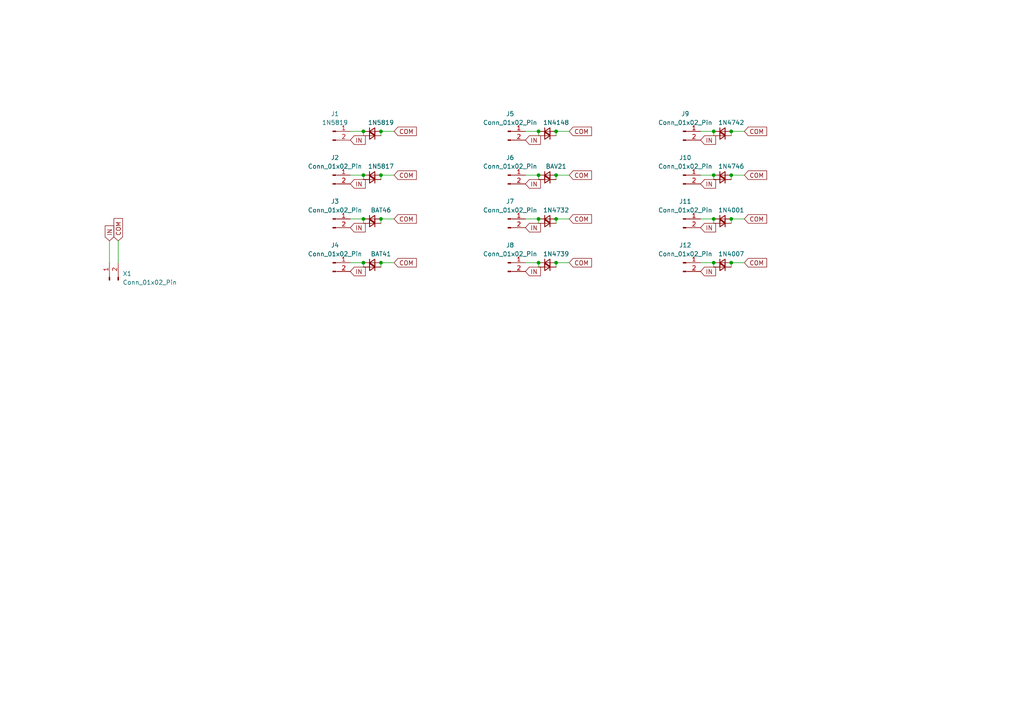
<source format=kicad_sch>
(kicad_sch (version 20250114) (generator "eeschema") (generator_version "9.0")
  (paper "A4")
  (lib_symbols
    (symbol "Connector:Conn_01x02_Pin" (pin_names (offset 1.016) (hide yes))
      (property "Reference" "J" (at 0 2.54 0))
      (property "Value" "Conn_01x02_Pin" (at 0 -5.08 0))
      (symbol "Conn_01x02_Pin_1_1"
        (rectangle (start 0.8636 0.127) (end 0 -0.127) (stroke (width 0.1524)) (fill (type outline)))
        (rectangle (start 0.8636 -2.413) (end 0 -2.667) (stroke (width 0.1524)) (fill (type outline)))
        (polyline (pts (xy 1.27 0) (xy 0.8636 0)) (stroke (width 0.1524)))
        (polyline (pts (xy 1.27 -2.54) (xy 0.8636 -2.54)) (stroke (width 0.1524)))
        (pin passive line (at 5.08 0 180) (length 3.81) (name "Pin_1") (number "1"))
        (pin passive line (at 5.08 -2.54 180) (length 3.81) (name "Pin_2") (number "2"))
      )
    )
    (symbol "Device:D_Small" (pin_numbers (hide yes)) (pin_names (offset 0.254) (hide yes))
      (property "Reference" "D" (at -1.27 2.032 0))
      (property "Value" "D_Small" (at -3.81 -2.032 0))
      (symbol "D_Small_0_1"
        (polyline (pts (xy -0.762 0) (xy 0.762 0)))
        (polyline (pts (xy -0.762 -1.016) (xy -0.762 1.016)) (stroke (width 0.254)))
        (polyline (pts (xy 0.762 -1.016) (xy -0.762 0) (xy 0.762 1.016) (xy 0.762 -1.016)) (stroke (width 0.254)))
      )
      (symbol "D_Small_1_1"
        (pin passive line (at -2.54 0 0) (length 1.778) (name "K") (number "1"))
        (pin passive line (at 2.54 0 180) (length 1.778) (name "A") (number "2"))
      )
    )
  )
  (junction (at 110.49 38.1))
  (junction (at 110.49 50.8))
  (junction (at 161.29 38.1))
  (junction (at 212.09 76.2))
  (junction (at 161.29 63.5))
  (junction (at 110.49 63.5))
  (junction (at 105.41 50.8))
  (junction (at 105.41 76.2))
  (junction (at 212.09 63.5))
  (junction (at 212.09 50.8))
  (junction (at 105.41 38.1))
  (junction (at 156.21 76.2))
  (junction (at 156.21 38.1))
  (junction (at 207.01 38.1))
  (junction (at 207.01 63.5))
  (junction (at 156.21 63.5))
  (junction (at 212.09 38.1))
  (junction (at 110.49 76.2))
  (junction (at 207.01 76.2))
  (junction (at 161.29 50.8))
  (junction (at 156.21 50.8))
  (junction (at 207.01 50.8))
  (junction (at 161.29 76.2))
  (junction (at 105.41 63.5))
  (wire (pts (xy 110.49 38.1) (xy 110.49 39.37)))
  (wire (pts (xy 203.2 76.2) (xy 207.01 76.2)))
  (wire (pts (xy 212.09 77.47) (xy 212.09 76.2)))
  (wire (pts (xy 110.49 50.8) (xy 110.49 52.07)))
  (wire (pts (xy 161.29 38.1) (xy 161.29 39.37)))
  (wire (pts (xy 156.21 63.5) (xy 152.4 63.5)))
  (wire (pts (xy 156.21 63.5) (xy 156.21 64.77)))
  (wire (pts (xy 161.29 63.5) (xy 165.1 63.5)))
  (wire (pts (xy 212.09 50.8) (xy 215.9 50.8)))
  (wire (pts (xy 161.29 76.2) (xy 161.29 77.47)))
  (wire (pts (xy 110.49 76.2) (xy 110.49 77.47)))
  (wire (pts (xy 156.21 76.2) (xy 156.21 77.47)))
  (wire (pts (xy 161.29 63.5) (xy 161.29 64.77)))
  (wire (pts (xy 212.09 76.2) (xy 215.9 76.2)))
  (wire (pts (xy 105.41 76.2) (xy 101.6 76.2)))
  (wire (pts (xy 207.01 63.5) (xy 203.2 63.5)))
  (wire (pts (xy 161.29 50.8) (xy 165.1 50.8)))
  (wire (pts (xy 212.09 63.5) (xy 215.9 63.5)))
  (wire (pts (xy 207.01 38.1) (xy 207.01 39.37)))
  (wire (pts (xy 207.01 50.8) (xy 207.01 52.07)))
  (wire (pts (xy 212.09 64.77) (xy 212.09 63.5)))
  (wire (pts (xy 212.09 38.1) (xy 212.09 39.37)))
  (wire (pts (xy 110.49 38.1) (xy 114.3 38.1)))
  (wire (pts (xy 156.21 50.8) (xy 156.21 52.07)))
  (wire (pts (xy 105.41 63.5) (xy 105.41 64.77)))
  (wire (pts (xy 156.21 50.8) (xy 152.4 50.8)))
  (wire (pts (xy 105.41 38.1) (xy 101.6 38.1)))
  (wire (pts (xy 212.09 38.1) (xy 215.9 38.1)))
  (wire (pts (xy 105.41 63.5) (xy 101.6 63.5)))
  (wire (pts (xy 156.21 76.2) (xy 152.4 76.2)))
  (wire (pts (xy 34.29 76.2) (xy 34.29 69.85)))
  (wire (pts (xy 105.41 50.8) (xy 101.6 50.8)))
  (wire (pts (xy 161.29 38.1) (xy 165.1 38.1)))
  (wire (pts (xy 110.49 63.5) (xy 114.3 63.5)))
  (wire (pts (xy 105.41 38.1) (xy 105.41 39.37)))
  (wire (pts (xy 31.75 76.2) (xy 31.75 69.85)))
  (wire (pts (xy 105.41 50.8) (xy 105.41 52.07)))
  (wire (pts (xy 207.01 63.5) (xy 207.01 64.77)))
  (wire (pts (xy 110.49 50.8) (xy 114.3 50.8)))
  (wire (pts (xy 105.41 76.2) (xy 105.41 77.47)))
  (wire (pts (xy 161.29 50.8) (xy 161.29 52.07)))
  (wire (pts (xy 161.29 76.2) (xy 165.1 76.2)))
  (wire (pts (xy 156.21 38.1) (xy 152.4 38.1)))
  (wire (pts (xy 110.49 76.2) (xy 114.3 76.2)))
  (wire (pts (xy 207.01 76.2) (xy 207.01 77.47)))
  (wire (pts (xy 212.09 52.07) (xy 212.09 50.8)))
  (wire (pts (xy 207.01 50.8) (xy 203.2 50.8)))
  (wire (pts (xy 110.49 63.5) (xy 110.49 64.77)))
  (wire (pts (xy 156.21 38.1) (xy 156.21 39.37)))
  (wire (pts (xy 207.01 38.1) (xy 203.2 38.1)))
  (global_label "COM" (shape input) (at 215.9 76.2 0) (property "Intersheetrefs" "${INTERSHEET_REFS}" (effects (hide yes))))
  (global_label "IN" (shape input) (at 152.4 40.64 0) (property "Intersheetrefs" "${INTERSHEET_REFS}" (effects (hide yes))))
  (global_label "IN" (shape input) (at 203.2 78.74 0) (property "Intersheetrefs" "${INTERSHEET_REFS}" (effects (hide yes))))
  (global_label "COM" (shape input) (at 165.1 50.8 0) (property "Intersheetrefs" "${INTERSHEET_REFS}" (effects (hide yes))))
  (global_label "COM" (shape input) (at 34.29 69.85 90) (property "Intersheetrefs" "${INTERSHEET_REFS}" (effects (hide yes))))
  (global_label "COM" (shape input) (at 165.1 63.5 0) (property "Intersheetrefs" "${INTERSHEET_REFS}" (effects (hide yes))))
  (global_label "COM" (shape input) (at 215.9 38.1 0) (property "Intersheetrefs" "${INTERSHEET_REFS}" (effects (hide yes))))
  (global_label "COM" (shape input) (at 114.3 76.2 0) (property "Intersheetrefs" "${INTERSHEET_REFS}" (effects (hide yes))))
  (global_label "COM" (shape input) (at 165.1 76.2 0) (property "Intersheetrefs" "${INTERSHEET_REFS}" (effects (hide yes))))
  (global_label "COM" (shape input) (at 215.9 50.8 0) (property "Intersheetrefs" "${INTERSHEET_REFS}" (effects (hide yes))))
  (global_label "IN" (shape input) (at 203.2 53.34 0) (property "Intersheetrefs" "${INTERSHEET_REFS}" (effects (hide yes))))
  (global_label "COM" (shape input) (at 215.9 63.5 0) (property "Intersheetrefs" "${INTERSHEET_REFS}" (effects (hide yes))))
  (global_label "IN" (shape input) (at 203.2 66.04 0) (property "Intersheetrefs" "${INTERSHEET_REFS}" (effects (hide yes))))
  (global_label "COM" (shape input) (at 114.3 63.5 0) (property "Intersheetrefs" "${INTERSHEET_REFS}" (effects (hide yes))))
  (global_label "IN" (shape input) (at 203.2 40.64 0) (property "Intersheetrefs" "${INTERSHEET_REFS}" (effects (hide yes))))
  (global_label "IN" (shape input) (at 101.6 78.74 0) (property "Intersheetrefs" "${INTERSHEET_REFS}" (effects (hide yes))))
  (global_label "IN" (shape input) (at 101.6 53.34 0) (property "Intersheetrefs" "${INTERSHEET_REFS}" (effects (hide yes))))
  (global_label "IN" (shape input) (at 31.75 69.85 90) (property "Intersheetrefs" "${INTERSHEET_REFS}" (effects (hide yes))))
  (global_label "IN" (shape input) (at 152.4 53.34 0) (property "Intersheetrefs" "${INTERSHEET_REFS}" (effects (hide yes))))
  (global_label "COM" (shape input) (at 114.3 50.8 0) (property "Intersheetrefs" "${INTERSHEET_REFS}" (effects (hide yes))))
  (global_label "IN" (shape input) (at 101.6 40.64 0) (property "Intersheetrefs" "${INTERSHEET_REFS}" (effects (hide yes))))
  (global_label "COM" (shape input) (at 114.3 38.1 0) (property "Intersheetrefs" "${INTERSHEET_REFS}" (effects (hide yes))))
  (global_label "IN" (shape input) (at 152.4 66.04 0) (property "Intersheetrefs" "${INTERSHEET_REFS}" (effects (hide yes))))
  (global_label "IN" (shape input) (at 101.6 66.04 0) (property "Intersheetrefs" "${INTERSHEET_REFS}" (effects (hide yes))))
  (global_label "IN" (shape input) (at 152.4 78.74 0) (property "Intersheetrefs" "${INTERSHEET_REFS}" (effects (hide yes))))
  (global_label "COM" (shape input) (at 165.1 38.1 0) (property "Intersheetrefs" "${INTERSHEET_REFS}" (effects (hide yes))))
  (symbol (lib_id "Device:D_Small") (at 158.75 64.77 180) (unit 1)
    (property "Reference" "D14" (effects (hide yes)))
    (property "Value" "D_Small" (effects (hide yes)))
    (property "Footprint" "Diode_THT:D_DO-41_SOD81_P7.62mm_Horizontal" (effects (hide yes)))
    (property "Description" "Diode, small symbol" (effects (hide yes)))
    (property "Sim.Device" "D" (effects (hide yes)))
    (property "Sim.Pins" "1=K 2=A" (effects (hide yes)))
  )
  (symbol (lib_id "Device:D_Small") (at 107.95 64.77 180) (unit 1)
    (property "Reference" "D6" (effects (hide yes)))
    (property "Value" "D_Small" (effects (hide yes)))
    (property "Footprint" "Diode_THT:D_DO-35_SOD27_P7.62mm_Horizontal" (effects (hide yes)))
    (property "Description" "Diode, small symbol" (effects (hide yes)))
    (property "Sim.Device" "D" (effects (hide yes)))
    (property "Sim.Pins" "1=K 2=A" (effects (hide yes)))
  )
  (symbol (lib_id "Connector:Conn_01x02_Pin") (at 96.52 50.8 0) (unit 1)
    (property "Reference" "J2" (at 97.155 45.72 0))
    (property "Value" "Conn_01x02_Pin" (at 97.155 48.26 0))
    (property "Footprint" "Connector_PinHeader_2.54mm:PinHeader_1x02_P2.54mm_Vertical" (effects (hide yes)))
    (property "Description" "Generic connector, single row, 01x02, script generated" (effects (hide yes)))
  )
  (symbol (lib_id "Connector:Conn_01x02_Pin") (at 147.32 38.1 0) (unit 1)
    (property "Reference" "J5" (at 147.955 33.02 0))
    (property "Value" "Conn_01x02_Pin" (at 147.955 35.56 0))
    (property "Footprint" "Connector_PinHeader_2.54mm:PinHeader_1x02_P2.54mm_Vertical" (effects (hide yes)))
    (property "Description" "Generic connector, single row, 01x02, script generated" (effects (hide yes)))
  )
  (symbol (lib_id "Device:D_Small") (at 107.95 76.2 0) (unit 1)
    (property "Reference" "D7" (effects (hide yes)))
    (property "Value" "BAT41" (at 110.49 73.66 0))
    (property "Footprint" "Diode_THT:D_DO-34_SOD68_P7.62mm_Horizontal" (effects (hide yes)))
    (property "Description" "Diode, small symbol" (effects (hide yes)))
    (property "Sim.Device" "D" (effects (hide yes)))
    (property "Sim.Pins" "1=K 2=A" (effects (hide yes)))
  )
  (symbol (lib_id "Device:D_Small") (at 209.55 64.77 180) (unit 1)
    (property "Reference" "D22" (effects (hide yes)))
    (property "Value" "D_Small" (effects (hide yes)))
    (property "Footprint" "Diode_THT:D_DO-41_SOD81_P7.62mm_Horizontal" (effects (hide yes)))
    (property "Description" "Diode, small symbol" (effects (hide yes)))
    (property "Sim.Device" "D" (effects (hide yes)))
    (property "Sim.Pins" "1=K 2=A" (effects (hide yes)))
  )
  (symbol (lib_id "Connector:Conn_01x02_Pin") (at 147.32 63.5 0) (unit 1)
    (property "Reference" "J7" (at 147.955 58.42 0))
    (property "Value" "Conn_01x02_Pin" (at 147.955 60.96 0))
    (property "Footprint" "Connector_PinHeader_2.54mm:PinHeader_1x02_P2.54mm_Vertical" (effects (hide yes)))
    (property "Description" "Generic connector, single row, 01x02, script generated" (effects (hide yes)))
  )
  (symbol (lib_id "Device:D_Small") (at 158.75 50.8 0) (unit 1)
    (property "Reference" "D11" (effects (hide yes)))
    (property "Value" "BAV21" (at 161.29 48.26 0))
    (property "Footprint" "Diode_THT:D_DO-35_SOD27_P7.62mm_Horizontal" (effects (hide yes)))
    (property "Description" "Diode, small symbol" (effects (hide yes)))
    (property "Sim.Device" "D" (effects (hide yes)))
    (property "Sim.Pins" "1=K 2=A" (effects (hide yes)))
  )
  (symbol (lib_id "Device:D_Small") (at 107.95 77.47 180) (unit 1)
    (property "Reference" "D8" (effects (hide yes)))
    (property "Value" "D_Small" (effects (hide yes)))
    (property "Footprint" "Diode_THT:D_DO-34_SOD68_P7.62mm_Horizontal" (effects (hide yes)))
    (property "Description" "Diode, small symbol" (effects (hide yes)))
    (property "Sim.Device" "D" (effects (hide yes)))
    (property "Sim.Pins" "1=K 2=A" (effects (hide yes)))
  )
  (symbol (lib_id "Device:D_Small") (at 107.95 39.37 180) (unit 1)
    (property "Reference" "D2" (effects (hide yes)))
    (property "Value" "D_Small" (effects (hide yes)))
    (property "Footprint" "Diode_THT:D_DO-41_SOD81_P7.62mm_Horizontal" (effects (hide yes)))
    (property "Description" "Diode, small symbol" (effects (hide yes)))
    (property "Sim.Device" "D" (effects (hide yes)))
    (property "Sim.Pins" "1=K 2=A" (effects (hide yes)))
  )
  (symbol (lib_id "Device:D_Small") (at 209.55 52.07 180) (unit 1)
    (property "Reference" "D20" (effects (hide yes)))
    (property "Value" "D_Small" (effects (hide yes)))
    (property "Footprint" "Diode_THT:D_DO-41_SOD81_P7.62mm_Horizontal" (effects (hide yes)))
    (property "Description" "Diode, small symbol" (effects (hide yes)))
    (property "Sim.Device" "D" (effects (hide yes)))
    (property "Sim.Pins" "1=K 2=A" (effects (hide yes)))
  )
  (symbol (lib_id "Device:D_Small") (at 107.95 38.1 0) (unit 1)
    (property "Reference" "D1" (effects (hide yes)))
    (property "Value" "1N5819" (at 110.49 35.56 0))
    (property "Footprint" "Diode_THT:D_DO-41_SOD81_P7.62mm_Horizontal" (effects (hide yes)))
    (property "Description" "Diode, small symbol" (effects (hide yes)))
    (property "Sim.Device" "D" (effects (hide yes)))
    (property "Sim.Pins" "1=K 2=A" (effects (hide yes)))
  )
  (symbol (lib_id "Device:D_Small") (at 209.55 76.2 0) (unit 1)
    (property "Reference" "D23" (effects (hide yes)))
    (property "Value" "1N4007" (at 212.09 73.66 0))
    (property "Footprint" "Diode_THT:D_DO-41_SOD81_P7.62mm_Horizontal" (effects (hide yes)))
    (property "Description" "Diode, small symbol" (effects (hide yes)))
    (property "Sim.Device" "D" (effects (hide yes)))
    (property "Sim.Pins" "1=K 2=A" (effects (hide yes)))
  )
  (symbol (lib_id "Device:D_Small") (at 158.75 52.07 180) (unit 1)
    (property "Reference" "D12" (effects (hide yes)))
    (property "Value" "D_Small" (effects (hide yes)))
    (property "Footprint" "Diode_THT:D_DO-35_SOD27_P7.62mm_Horizontal" (effects (hide yes)))
    (property "Description" "Diode, small symbol" (effects (hide yes)))
    (property "Sim.Device" "D" (effects (hide yes)))
    (property "Sim.Pins" "1=K 2=A" (effects (hide yes)))
  )
  (symbol (lib_id "Device:D_Small") (at 209.55 77.47 180) (unit 1)
    (property "Reference" "D24" (effects (hide yes)))
    (property "Value" "D_Small" (effects (hide yes)))
    (property "Footprint" "Diode_THT:D_DO-41_SOD81_P7.62mm_Horizontal" (effects (hide yes)))
    (property "Description" "Diode, small symbol" (effects (hide yes)))
    (property "Sim.Device" "D" (effects (hide yes)))
    (property "Sim.Pins" "1=K 2=A" (effects (hide yes)))
  )
  (symbol (lib_id "Device:D_Small") (at 209.55 63.5 0) (unit 1)
    (property "Reference" "D21" (effects (hide yes)))
    (property "Value" "1N4001" (at 212.09 60.96 0))
    (property "Footprint" "Diode_THT:D_DO-41_SOD81_P7.62mm_Horizontal" (effects (hide yes)))
    (property "Description" "Diode, small symbol" (effects (hide yes)))
    (property "Sim.Device" "D" (effects (hide yes)))
    (property "Sim.Pins" "1=K 2=A" (effects (hide yes)))
  )
  (symbol (lib_id "Connector:Conn_01x02_Pin") (at 96.52 38.1 0) (unit 1)
    (property "Reference" "J1" (at 97.155 33.02 0))
    (property "Value" "1N5819" (at 97.155 35.56 0))
    (property "Footprint" "Connector_PinHeader_2.54mm:PinHeader_1x02_P2.54mm_Vertical" (effects (hide yes)))
    (property "Description" "Generic connector, single row, 01x02, script generated" (effects (hide yes)))
  )
  (symbol (lib_id "Connector:Conn_01x02_Pin") (at 198.12 63.5 0) (unit 1)
    (property "Reference" "J11" (at 198.755 58.42 0))
    (property "Value" "Conn_01x02_Pin" (at 198.755 60.96 0))
    (property "Footprint" "Connector_PinHeader_2.54mm:PinHeader_1x02_P2.54mm_Vertical" (effects (hide yes)))
    (property "Description" "Generic connector, single row, 01x02, script generated" (effects (hide yes)))
  )
  (symbol (lib_id "Device:D_Small") (at 158.75 77.47 180) (unit 1)
    (property "Reference" "D16" (effects (hide yes)))
    (property "Value" "D_Small" (effects (hide yes)))
    (property "Footprint" "Diode_THT:D_DO-41_SOD81_P7.62mm_Horizontal" (effects (hide yes)))
    (property "Description" "Diode, small symbol" (effects (hide yes)))
    (property "Sim.Device" "D" (effects (hide yes)))
    (property "Sim.Pins" "1=K 2=A" (effects (hide yes)))
  )
  (symbol (lib_id "Device:D_Small") (at 158.75 39.37 180) (unit 1)
    (property "Reference" "D10" (effects (hide yes)))
    (property "Value" "D_Small" (effects (hide yes)))
    (property "Footprint" "Diode_THT:D_DO-34_SOD68_P7.62mm_Horizontal" (effects (hide yes)))
    (property "Description" "Diode, small symbol" (effects (hide yes)))
    (property "Sim.Device" "D" (effects (hide yes)))
    (property "Sim.Pins" "1=K 2=A" (effects (hide yes)))
  )
  (symbol (lib_id "Connector:Conn_01x02_Pin") (at 31.75 81.28 90) (unit 1)
    (property "Reference" "X1" (at 35.56 79.3749 90) (effects (justify right)))
    (property "Value" "Conn_01x02_Pin" (at 35.56 81.9149 90) (effects (justify right)))
    (property "Footprint" "User:1x02_Wire_P5.08" (effects (hide yes)))
    (property "Description" "Generic connector, single row, 01x02, script generated" (effects (hide yes)))
    (property "Pin1" "IN" (effects (hide yes)))
    (property "Pin2" "OUT" (effects (hide yes)))
  )
  (symbol (lib_id "Device:D_Small") (at 107.95 63.5 0) (unit 1)
    (property "Reference" "D5" (effects (hide yes)))
    (property "Value" "BAT46" (at 110.49 60.96 0))
    (property "Footprint" "Diode_THT:D_DO-35_SOD27_P7.62mm_Horizontal" (effects (hide yes)))
    (property "Description" "Diode, small symbol" (effects (hide yes)))
    (property "Sim.Device" "D" (effects (hide yes)))
    (property "Sim.Pins" "1=K 2=A" (effects (hide yes)))
  )
  (symbol (lib_id "Connector:Conn_01x02_Pin") (at 96.52 63.5 0) (unit 1)
    (property "Reference" "J3" (at 97.155 58.42 0))
    (property "Value" "Conn_01x02_Pin" (at 97.155 60.96 0))
    (property "Footprint" "Connector_PinHeader_2.54mm:PinHeader_1x02_P2.54mm_Vertical" (effects (hide yes)))
    (property "Description" "Generic connector, single row, 01x02, script generated" (effects (hide yes)))
  )
  (symbol (lib_id "Device:D_Small") (at 209.55 39.37 180) (unit 1)
    (property "Reference" "D18" (effects (hide yes)))
    (property "Value" "D_Small" (effects (hide yes)))
    (property "Footprint" "Diode_THT:D_DO-41_SOD81_P7.62mm_Horizontal" (effects (hide yes)))
    (property "Description" "Diode, small symbol" (effects (hide yes)))
    (property "Sim.Device" "D" (effects (hide yes)))
    (property "Sim.Pins" "1=K 2=A" (effects (hide yes)))
  )
  (symbol (lib_id "Connector:Conn_01x02_Pin") (at 147.32 76.2 0) (unit 1)
    (property "Reference" "J8" (at 147.955 71.12 0))
    (property "Value" "Conn_01x02_Pin" (at 147.955 73.66 0))
    (property "Footprint" "Connector_PinHeader_2.54mm:PinHeader_1x02_P2.54mm_Vertical" (effects (hide yes)))
    (property "Description" "Generic connector, single row, 01x02, script generated" (effects (hide yes)))
  )
  (symbol (lib_id "Device:D_Small") (at 107.95 50.8 0) (unit 1)
    (property "Reference" "D3" (effects (hide yes)))
    (property "Value" "1N5817" (at 110.49 48.26 0))
    (property "Footprint" "Diode_THT:D_DO-41_SOD81_P7.62mm_Horizontal" (effects (hide yes)))
    (property "Description" "Diode, small symbol" (effects (hide yes)))
    (property "Sim.Device" "D" (effects (hide yes)))
    (property "Sim.Pins" "1=K 2=A" (effects (hide yes)))
  )
  (symbol (lib_id "Device:D_Small") (at 107.95 52.07 180) (unit 1)
    (property "Reference" "D4" (effects (hide yes)))
    (property "Value" "D_Small" (effects (hide yes)))
    (property "Footprint" "Diode_THT:D_DO-41_SOD81_P7.62mm_Horizontal" (effects (hide yes)))
    (property "Description" "Diode, small symbol" (effects (hide yes)))
    (property "Sim.Device" "D" (effects (hide yes)))
    (property "Sim.Pins" "1=K 2=A" (effects (hide yes)))
  )
  (symbol (lib_id "Connector:Conn_01x02_Pin") (at 198.12 76.2 0) (unit 1)
    (property "Reference" "J12" (at 198.755 71.12 0))
    (property "Value" "Conn_01x02_Pin" (at 198.755 73.66 0))
    (property "Footprint" "Connector_PinHeader_2.54mm:PinHeader_1x02_P2.54mm_Vertical" (effects (hide yes)))
    (property "Description" "Generic connector, single row, 01x02, script generated" (effects (hide yes)))
  )
  (symbol (lib_id "Connector:Conn_01x02_Pin") (at 147.32 50.8 0) (unit 1)
    (property "Reference" "J6" (at 147.955 45.72 0))
    (property "Value" "Conn_01x02_Pin" (at 147.955 48.26 0))
    (property "Footprint" "Connector_PinHeader_2.54mm:PinHeader_1x02_P2.54mm_Vertical" (effects (hide yes)))
    (property "Description" "Generic connector, single row, 01x02, script generated" (effects (hide yes)))
  )
  (symbol (lib_id "Connector:Conn_01x02_Pin") (at 198.12 50.8 0) (unit 1)
    (property "Reference" "J10" (at 198.755 45.72 0))
    (property "Value" "Conn_01x02_Pin" (at 198.755 48.26 0))
    (property "Footprint" "Connector_PinHeader_2.54mm:PinHeader_1x02_P2.54mm_Vertical" (effects (hide yes)))
    (property "Description" "Generic connector, single row, 01x02, script generated" (effects (hide yes)))
  )
  (symbol (lib_id "Device:D_Small") (at 158.75 63.5 0) (unit 1)
    (property "Reference" "D13" (effects (hide yes)))
    (property "Value" "1N4732" (at 161.29 60.96 0))
    (property "Footprint" "Diode_THT:D_DO-41_SOD81_P7.62mm_Horizontal" (effects (hide yes)))
    (property "Description" "Diode, small symbol" (effects (hide yes)))
    (property "Sim.Device" "D" (effects (hide yes)))
    (property "Sim.Pins" "1=K 2=A" (effects (hide yes)))
  )
  (symbol (lib_id "Device:D_Small") (at 209.55 50.8 0) (unit 1)
    (property "Reference" "D19" (effects (hide yes)))
    (property "Value" "1N4746" (at 212.09 48.26 0))
    (property "Footprint" "Diode_THT:D_DO-41_SOD81_P7.62mm_Horizontal" (effects (hide yes)))
    (property "Description" "Diode, small symbol" (effects (hide yes)))
    (property "Sim.Device" "D" (effects (hide yes)))
    (property "Sim.Pins" "1=K 2=A" (effects (hide yes)))
  )
  (symbol (lib_id "Device:D_Small") (at 209.55 38.1 0) (unit 1)
    (property "Reference" "D17" (effects (hide yes)))
    (property "Value" "1N4742" (at 212.09 35.56 0))
    (property "Footprint" "Diode_THT:D_DO-41_SOD81_P7.62mm_Horizontal" (effects (hide yes)))
    (property "Description" "Diode, small symbol" (effects (hide yes)))
    (property "Sim.Device" "D" (effects (hide yes)))
    (property "Sim.Pins" "1=K 2=A" (effects (hide yes)))
  )
  (symbol (lib_id "Device:D_Small") (at 158.75 76.2 0) (unit 1)
    (property "Reference" "D15" (effects (hide yes)))
    (property "Value" "1N4739" (at 161.29 73.66 0))
    (property "Footprint" "Diode_THT:D_DO-41_SOD81_P7.62mm_Horizontal" (effects (hide yes)))
    (property "Description" "Diode, small symbol" (effects (hide yes)))
    (property "Sim.Device" "D" (effects (hide yes)))
    (property "Sim.Pins" "1=K 2=A" (effects (hide yes)))
  )
  (symbol (lib_id "Device:D_Small") (at 158.75 38.1 0) (unit 1)
    (property "Reference" "D9" (effects (hide yes)))
    (property "Value" "1N4148" (at 161.29 35.56 0))
    (property "Footprint" "Diode_THT:D_DO-34_SOD68_P7.62mm_Horizontal" (effects (hide yes)))
    (property "Description" "Diode, small symbol" (effects (hide yes)))
    (property "Sim.Device" "D" (effects (hide yes)))
    (property "Sim.Pins" "1=K 2=A" (effects (hide yes)))
  )
  (symbol (lib_id "Connector:Conn_01x02_Pin") (at 198.12 38.1 0) (unit 1)
    (property "Reference" "J9" (at 198.755 33.02 0))
    (property "Value" "Conn_01x02_Pin" (at 198.755 35.56 0))
    (property "Footprint" "Connector_PinHeader_2.54mm:PinHeader_1x02_P2.54mm_Vertical" (effects (hide yes)))
    (property "Description" "Generic connector, single row, 01x02, script generated" (effects (hide yes)))
  )
  (symbol (lib_id "Connector:Conn_01x02_Pin") (at 96.52 76.2 0) (unit 1)
    (property "Reference" "J4" (at 97.155 71.12 0))
    (property "Value" "Conn_01x02_Pin" (at 97.155 73.66 0))
    (property "Footprint" "Connector_PinHeader_2.54mm:PinHeader_1x02_P2.54mm_Vertical" (effects (hide yes)))
    (property "Description" "Generic connector, single row, 01x02, script generated" (effects (hide yes)))
  )
)
</source>
